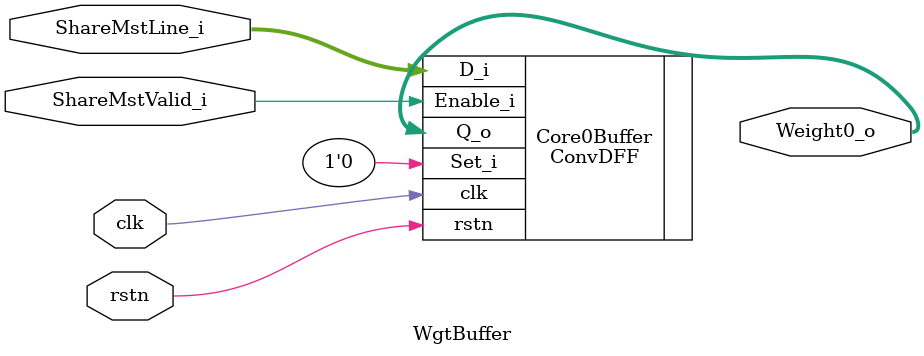
<source format=v>
module WgtBuffer(
    input   wire                clk,
    input   wire                rstn,


    //  From Share Master
    // input   wire    [1023:0]    ShareMstLine_i,
    input   wire    [511:0]    ShareMstLine_i,	
    input   wire                ShareMstValid_i,

    //  To MAC
    // output  wire    [1023:0]    Weight0_o
    output  wire    [511:0]    Weight0_o	

);


ConvDFF #(
    .WIDTH              (512),
    .RstVal             (1'b0),
    .PstVal             (1'b0)
) Core0Buffer (
    .clk                (clk),    
    .rstn               (rstn),    
    .Set_i              (1'b0),   
    .Enable_i           (ShareMstValid_i),   
    .D_i                (ShareMstLine_i),   
    .Q_o                (Weight0_o)
);


endmodule
</source>
